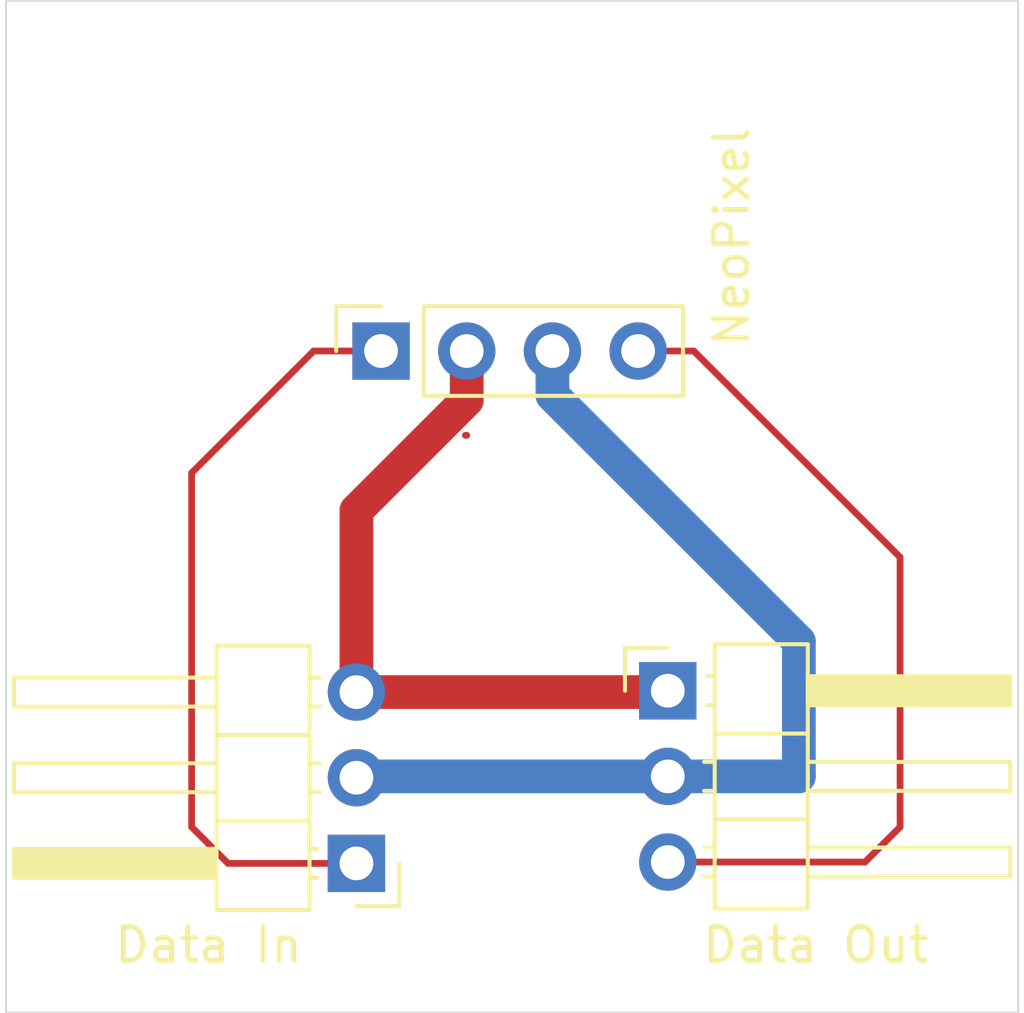
<source format=kicad_pcb>
(kicad_pcb (version 20241229) (generator "pcbnew") (generator_version "9.0")
  (layers (0 "F.Cu" signal) (2 "B.Cu" signal) (13 "F.Paste" user) (15 "B.Paste" user) (5 "F.SilkS" user "F.Silkscreen") (7 "B.SilkS" user "B.Silkscreen") (1 "F.Mask" user) (3 "B.Mask" user) (25 "Edge.Cuts" user))
  (net 0 "")
  (net 1 "/Din")
  (net 2 "/5V")
  (net 3 "/GND")
  (net 4 "/Dout")
  (footprint "Connector_PinHeader_2.54mm:PinHeader_1x03_P2.54mm_Horizontal" (layer "F.Cu") (at 157.115 85.96)
    (property "Reference" "J2" (hide yes))
    (property "Value" "Data Out" (at 4.385 7.54 0) (layer "F.SilkS"))
    (fp_line (start -1.27 -1.27) (end 0 -1.27) (stroke (width 0.12)) (layer "F.SilkS"))
    (fp_line (start -1.27 0) (end -1.27 -1.27) (stroke (width 0.12)) (layer "F.SilkS"))
    (fp_line (start 1.077358 2.11) (end 1.39 2.11) (stroke (width 0.12)) (layer "F.SilkS"))
    (fp_line (start 1.077358 2.97) (end 1.39 2.97) (stroke (width 0.12)) (layer "F.SilkS"))
    (fp_line (start 1.077358 4.65) (end 1.39 4.65) (stroke (width 0.12)) (layer "F.SilkS"))
    (fp_line (start 1.077358 5.51) (end 1.39 5.51) (stroke (width 0.12)) (layer "F.SilkS"))
    (fp_line (start 1.16 -0.43) (end 1.39 -0.43) (stroke (width 0.12)) (layer "F.SilkS"))
    (fp_line (start 1.16 0.43) (end 1.39 0.43) (stroke (width 0.12)) (layer "F.SilkS"))
    (fp_line (start 1.39 -1.38) (end 1.39 6.46) (stroke (width 0.12)) (layer "F.SilkS"))
    (fp_line (start 1.39 1.27) (end 4.15 1.27) (stroke (width 0.12)) (layer "F.SilkS"))
    (fp_line (start 1.39 3.81) (end 4.15 3.81) (stroke (width 0.12)) (layer "F.SilkS"))
    (fp_line (start 1.39 6.46) (end 4.15 6.46) (stroke (width 0.12)) (layer "F.SilkS"))
    (fp_line (start 4.15 -1.38) (end 1.39 -1.38) (stroke (width 0.12)) (layer "F.SilkS"))
    (fp_line (start 4.15 2.11) (end 10.15 2.11) (stroke (width 0.12)) (layer "F.SilkS"))
    (fp_line (start 4.15 4.65) (end 10.15 4.65) (stroke (width 0.12)) (layer "F.SilkS"))
    (fp_line (start 4.15 6.46) (end 4.15 -1.38) (stroke (width 0.12)) (layer "F.SilkS"))
    (fp_line (start 10.15 2.11) (end 10.15 2.97) (stroke (width 0.12)) (layer "F.SilkS"))
    (fp_line (start 10.15 2.97) (end 4.15 2.97) (stroke (width 0.12)) (layer "F.SilkS"))
    (fp_line (start 10.15 4.65) (end 10.15 5.51) (stroke (width 0.12)) (layer "F.SilkS"))
    (fp_line (start 10.15 5.51) (end 4.15 5.51) (stroke (width 0.12)) (layer "F.SilkS"))
    (fp_rect (start 4.15 -0.43) (end 10.15 0.43) (stroke (width 0.12)) (fill yes) (layer "F.SilkS"))
    (pad "1" thru_hole rect (at 0 0) (size 1.7 1.7) (drill 1) (layers "*.Cu" "*.Mask") (net 2 "/5V"))
    (pad "2" thru_hole circle (at 0 2.54) (size 1.7 1.7) (drill 1) (layers "*.Cu" "*.Mask") (net 3 "/GND"))
    (pad "3" thru_hole circle (at 0 5.08) (size 1.7 1.7) (drill 1) (layers "*.Cu" "*.Mask") (net 4 "/Dout"))
  )
  (footprint "Connector_PinHeader_2.54mm:PinHeader_1x03_P2.54mm_Horizontal" (layer "F.Cu") (at 147.885 91.08 180)
    (property "Reference" "J1" (hide yes))
    (property "Value" "Data In" (at 4.385 -2.42 0) (layer "F.SilkS"))
    (fp_line (start 10.15 5.51) (end 4.15 5.51) (stroke (width 0.12)) (layer "F.SilkS"))
    (fp_line (start 10.15 4.65) (end 10.15 5.51) (stroke (width 0.12)) (layer "F.SilkS"))
    (fp_line (start 10.15 2.97) (end 4.15 2.97) (stroke (width 0.12)) (layer "F.SilkS"))
    (fp_line (start 10.15 2.11) (end 10.15 2.97) (stroke (width 0.12)) (layer "F.SilkS"))
    (fp_line (start 4.15 6.46) (end 4.15 -1.38) (stroke (width 0.12)) (layer "F.SilkS"))
    (fp_line (start 4.15 4.65) (end 10.15 4.65) (stroke (width 0.12)) (layer "F.SilkS"))
    (fp_line (start 4.15 2.11) (end 10.15 2.11) (stroke (width 0.12)) (layer "F.SilkS"))
    (fp_line (start 4.15 -1.38) (end 1.39 -1.38) (stroke (width 0.12)) (layer "F.SilkS"))
    (fp_line (start 1.39 6.46) (end 4.15 6.46) (stroke (width 0.12)) (layer "F.SilkS"))
    (fp_line (start 1.39 3.81) (end 4.15 3.81) (stroke (width 0.12)) (layer "F.SilkS"))
    (fp_line (start 1.39 1.27) (end 4.15 1.27) (stroke (width 0.12)) (layer "F.SilkS"))
    (fp_line (start 1.39 -1.38) (end 1.39 6.46) (stroke (width 0.12)) (layer "F.SilkS"))
    (fp_line (start 1.16 0.43) (end 1.39 0.43) (stroke (width 0.12)) (layer "F.SilkS"))
    (fp_line (start 1.16 -0.43) (end 1.39 -0.43) (stroke (width 0.12)) (layer "F.SilkS"))
    (fp_line (start 1.077358 5.51) (end 1.39 5.51) (stroke (width 0.12)) (layer "F.SilkS"))
    (fp_line (start 1.077358 4.65) (end 1.39 4.65) (stroke (width 0.12)) (layer "F.SilkS"))
    (fp_line (start 1.077358 2.97) (end 1.39 2.97) (stroke (width 0.12)) (layer "F.SilkS"))
    (fp_line (start 1.077358 2.11) (end 1.39 2.11) (stroke (width 0.12)) (layer "F.SilkS"))
    (fp_line (start -1.27 0) (end -1.27 -1.27) (stroke (width 0.12)) (layer "F.SilkS"))
    (fp_line (start -1.27 -1.27) (end 0 -1.27) (stroke (width 0.12)) (layer "F.SilkS"))
    (fp_rect (start 4.15 -0.43) (end 10.15 0.43) (stroke (width 0.12)) (fill yes) (layer "F.SilkS"))
    (pad "1" thru_hole rect (at 0 0 180) (size 1.7 1.7) (drill 1) (layers "*.Cu" "*.Mask") (net 1 "/Din"))
    (pad "2" thru_hole circle (at 0 2.54 180) (size 1.7 1.7) (drill 1) (layers "*.Cu" "*.Mask") (net 3 "/GND"))
    (pad "3" thru_hole circle (at 0 5.08 180) (size 1.7 1.7) (drill 1) (layers "*.Cu" "*.Mask") (net 2 "/5V"))
  )
  (footprint "MountingHole:MountingHole_3.2mm_M3" (layer "F.Cu") (at 152.5 81.5)
    (property "Reference" "REF**" (hide yes))
    (property "Value" "MountingHole_3.2mm_M3" (hide yes))
    (pad "" np_thru_hole circle (at 0 0) (size 2.7 2.7) (drill 3.2) (layers "*.Cu" "*.Mask"))
  )
  (footprint "Connector_PinSocket_2.54mm:PinSocket_1x04_P2.54mm_Vertical" (layer "F.Cu") (at 148.615 75.885 90)
    (property "Reference" "J3")
    (property "Value" "NeoPixel" (at 3.385 10.39 90) (layer "F.SilkS"))
    (fp_line (start 1.33 -1.33) (end 1.33 0) (stroke (width 0.12)) (layer "F.SilkS"))
    (fp_line (start 0 -1.33) (end 1.33 -1.33) (stroke (width 0.12)) (layer "F.SilkS"))
    (fp_line (start 1.33 1.27) (end 1.33 8.95) (stroke (width 0.12)) (layer "F.SilkS"))
    (fp_line (start -1.33 1.27) (end 1.33 1.27) (stroke (width 0.12)) (layer "F.SilkS"))
    (fp_line (start -1.33 1.27) (end -1.33 8.95) (stroke (width 0.12)) (layer "F.SilkS"))
    (fp_line (start -1.33 8.95) (end 1.33 8.95) (stroke (width 0.12)) (layer "F.SilkS"))
    (pad "1" thru_hole rect (at 0 0 90) (size 1.7 1.7) (drill 1) (layers "*.Cu" "*.Mask") (net 1 "/Din"))
    (pad "2" thru_hole circle (at 0 2.54 90) (size 1.7 1.7) (drill 1) (layers "*.Cu" "*.Mask") (net 2 "/5V"))
    (pad "3" thru_hole circle (at 0 5.08 90) (size 1.7 1.7) (drill 1) (layers "*.Cu" "*.Mask") (net 3 "/GND"))
    (pad "4" thru_hole circle (at 0 7.62 90) (size 1.7 1.7) (drill 1) (layers "*.Cu" "*.Mask") (net 4 "/Dout"))
  )
  (gr_rect (start 137.5 65.5) (end 167.5 95.5) (stroke (width 0.05)) (fill no) (layer "Edge.Cuts"))
  (segment (start 147.885 91.08) (end 144.08 91.08) (width 0.2) (layer "F.Cu") (net 1))
  (segment (start 144.08 91.08) (end 143 90) (width 0.2) (layer "F.Cu") (net 1))
  (segment (start 143 90) (end 143 79.5) (width 0.2) (layer "F.Cu") (net 1))
  (segment (start 146.615 75.885) (end 148.615 75.885) (width 0.2) (layer "F.Cu") (net 1))
  (segment (start 143 79.5) (end 146.615 75.885) (width 0.2) (layer "F.Cu") (net 1))
  (segment (start 157.075 86) (end 157.115 85.96) (width 1) (layer "F.Cu") (net 2))
  (segment (start 147.885 86) (end 148 85.885) (width 1) (layer "F.Cu") (net 2))
  (segment (start 151.155 77.345) (end 147.885 80.615) (width 1) (layer "F.Cu") (net 2))
  (segment (start 151.155 75.885) (end 151.155 77.345) (width 1) (layer "F.Cu") (net 2))
  (segment (start 147.885 80.615) (end 147.885 86) (width 1) (layer "F.Cu") (net 2))
  (segment (start 151.115 78.385) (end 151.155 78.385) (width 0.2) (layer "F.Cu") (net 2))
  (segment (start 147.885 86) (end 157.075 86) (width 1) (layer "F.Cu") (net 2))
  (segment (start 147.925 88.5) (end 147.885 88.54) (width 1) (layer "B.Cu") (net 3))
  (segment (start 153.695 77.195) (end 161 84.5) (width 1) (layer "B.Cu") (net 3))
  (segment (start 157.115 88.5) (end 147.925 88.5) (width 1) (layer "B.Cu") (net 3))
  (segment (start 153.695 75.885) (end 153.695 77.195) (width 1) (layer "B.Cu") (net 3))
  (segment (start 161 84.5) (end 161 88.5) (width 1) (layer "B.Cu") (net 3))
  (segment (start 161 88.5) (end 157.115 88.5) (width 1) (layer "B.Cu") (net 3))
  (segment (start 157.885 75.885) (end 156.235 75.885) (width 0.2) (layer "F.Cu") (net 4))
  (segment (start 162.96 91.04) (end 164 90) (width 0.2) (layer "F.Cu") (net 4))
  (segment (start 164 82) (end 157.885 75.885) (width 0.2) (layer "F.Cu") (net 4))
  (segment (start 157.115 91.04) (end 162.96 91.04) (width 0.2) (layer "F.Cu") (net 4))
  (segment (start 164 90) (end 164 82) (width 0.2) (layer "F.Cu") (net 4))
)
</source>
